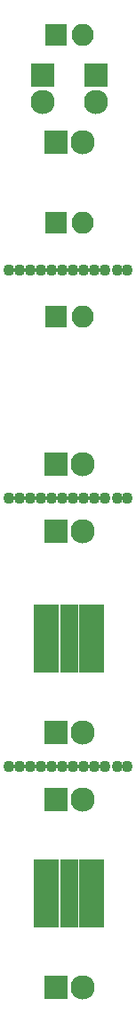
<source format=gbr>
G04 #@! TF.GenerationSoftware,KiCad,Pcbnew,(5.1.0)-1*
G04 #@! TF.CreationDate,2019-06-24T18:37:41+02:00*
G04 #@! TF.ProjectId,DiodeAdapter,44696f64-6541-4646-9170-7465722e6b69,2*
G04 #@! TF.SameCoordinates,Original*
G04 #@! TF.FileFunction,Soldermask,Top*
G04 #@! TF.FilePolarity,Negative*
%FSLAX46Y46*%
G04 Gerber Fmt 4.6, Leading zero omitted, Abs format (unit mm)*
G04 Created by KiCad (PCBNEW (5.1.0)-1) date 2019-06-24 18:37:41*
%MOMM*%
%LPD*%
G04 APERTURE LIST*
%ADD10C,1.100000*%
%ADD11R,2.300000X2.300000*%
%ADD12C,2.300000*%
%ADD13R,2.400000X6.400000*%
%ADD14R,1.700000X6.400000*%
%ADD15O,2.100000X2.100000*%
%ADD16R,2.100000X2.100000*%
G04 APERTURE END LIST*
D10*
X111930000Y-123025000D03*
X110930000Y-123025000D03*
X110930000Y-97625000D03*
X111930000Y-97625000D03*
X111930000Y-76035000D03*
X110930000Y-76035000D03*
X109779000Y-123025000D03*
X108763000Y-123025000D03*
X107747000Y-123025000D03*
X106731000Y-123025000D03*
X105715000Y-123025000D03*
X104699000Y-123025000D03*
X103683000Y-123025000D03*
X102667000Y-123025000D03*
X101643000Y-123025000D03*
X100643000Y-123025000D03*
X109779000Y-97625000D03*
X108763000Y-97625000D03*
X107747000Y-97625000D03*
X106731000Y-97625000D03*
X105715000Y-97625000D03*
X104699000Y-97625000D03*
X103683000Y-97625000D03*
X102667000Y-97625000D03*
X101643000Y-97625000D03*
X100643000Y-97625000D03*
X109779000Y-76035000D03*
X108763000Y-76035000D03*
X107747000Y-76035000D03*
X106731000Y-76035000D03*
X105715000Y-76035000D03*
X104699000Y-76035000D03*
X103683000Y-76035000D03*
X102667000Y-76035000D03*
X101643000Y-76035000D03*
X100643000Y-76035000D03*
D11*
X108890000Y-57620000D03*
D12*
X108890000Y-60160000D03*
D13*
X104200000Y-135090000D03*
X108500000Y-135090000D03*
D14*
X106350000Y-135090000D03*
D13*
X104200000Y-110960000D03*
X108500000Y-110960000D03*
D14*
X106350000Y-110960000D03*
D15*
X107620000Y-80480000D03*
D16*
X105080000Y-80480000D03*
D12*
X107620000Y-94450000D03*
D11*
X105080000Y-94450000D03*
D12*
X107620000Y-119850000D03*
D11*
X105080000Y-119850000D03*
D12*
X107620000Y-100800000D03*
D11*
X105080000Y-100800000D03*
D12*
X107620000Y-126200000D03*
D11*
X105080000Y-126200000D03*
D12*
X107620000Y-143980000D03*
D11*
X105080000Y-143980000D03*
D12*
X103810000Y-60160000D03*
D11*
X103810000Y-57620000D03*
D15*
X107620000Y-53810000D03*
D16*
X105080000Y-53810000D03*
D12*
X107620000Y-63970000D03*
D11*
X105080000Y-63970000D03*
D15*
X107620000Y-71590000D03*
D16*
X105080000Y-71590000D03*
M02*

</source>
